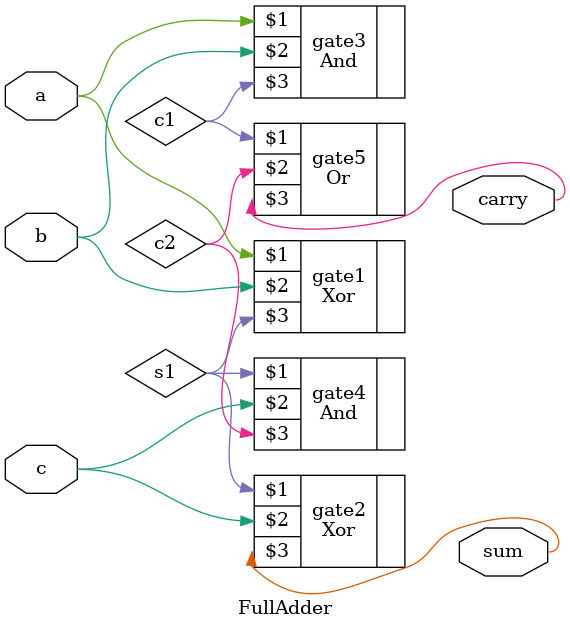
<source format=v>
`ifndef FULLADDER_V
`define FULLADDER_V
`include "xor.v"
`include "and.v"
`include "or.v"

module FullAdder(input a, b, c, output sum, carry);
    Xor gate1(a, b, s1);
    Xor gate2(s1, c, sum);
    And gate3(a, b, c1);
    And gate4(s1, c, c2);
    Or gate5(c1, c2, carry);
endmodule

`endif
</source>
